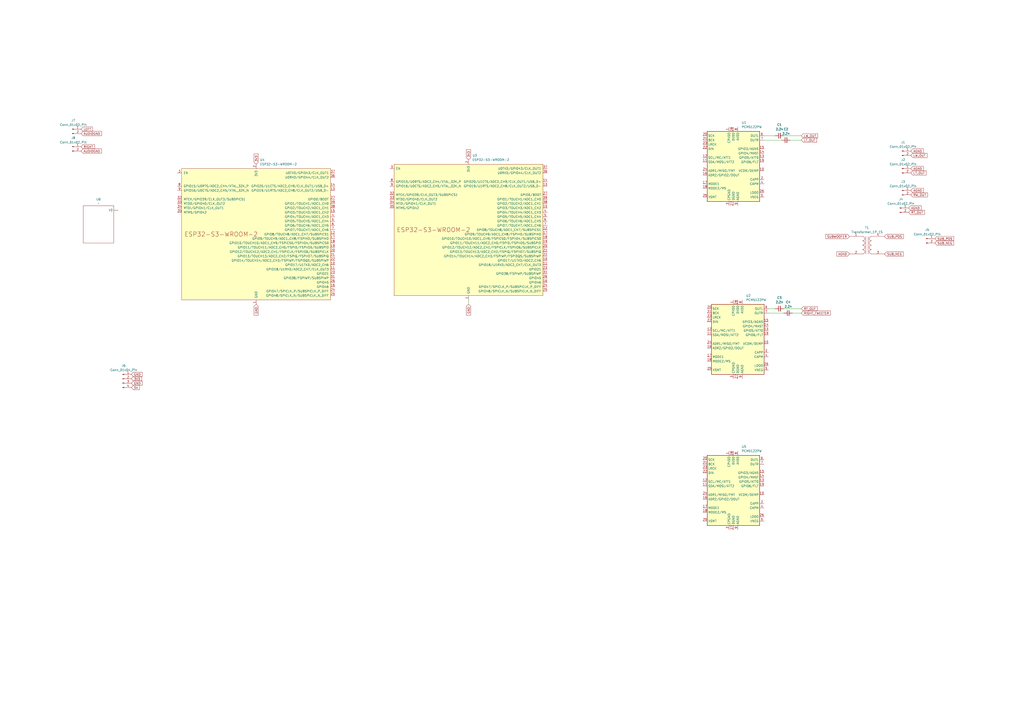
<source format=kicad_sch>
(kicad_sch (version 20231120) (generator "eeschema") (generator_version "8.0")
  (paper "A2")
  (lib_symbols
    (symbol "Audio:PCM5122PW"
      (property "Reference" "U" (at -13.97 21.59 0))
      (property "Value" "PCM5122PW" (at 10.16 21.59 0))
      (symbol "PCM5122PW_0_1"
        (rectangle (start -15.24 20.32) (end 15.24 -20.32) (stroke (width 0.254)) (fill (type background)))
      )
      (symbol "PCM5122PW_1_1"
        (pin power_in line (at -2.54 22.86 270) (length 2.54) (name "CPVDD") (number "1"))
        (pin bidirectional line (at 17.78 -2.54 180) (length 2.54) (name "VCOM/DEMP") (number "10"))
        (pin bidirectional line (at -17.78 2.54 0) (length 2.54) (name "SDA/MOSI/ATT2") (number "11"))
        (pin input line (at -17.78 5.08 0) (length 2.54) (name "SCL/MC/ATT1") (number "12"))
        (pin bidirectional line (at 17.78 5.08 180) (length 2.54) (name "GPIO5/ATT0") (number "13"))
        (pin bidirectional line (at 17.78 7.62 180) (length 2.54) (name "GPIO4/MAST") (number "14"))
        (pin bidirectional line (at 17.78 10.16 180) (length 2.54) (name "GPIO3/AGNS") (number "15"))
        (pin bidirectional line (at -17.78 -5.08 0) (length 2.54) (name "ADR2/GPIO2/DOUT") (number "16"))
        (pin input line (at -17.78 -10.16 0) (length 2.54) (name "MODE1") (number "17"))
        (pin input line (at -17.78 -12.7 0) (length 2.54) (name "MODE2/MS") (number "18"))
        (pin bidirectional line (at 17.78 2.54 180) (length 2.54) (name "GPIO6/FLT") (number "19"))
        (pin passive line (at 17.78 -7.62 180) (length 2.54) (name "CAPP") (number "2"))
        (pin input line (at -17.78 17.78 0) (length 2.54) (name "SCK") (number "20"))
        (pin bidirectional line (at -17.78 15.24 0) (length 2.54) (name "BCK") (number "21"))
        (pin input line (at -17.78 10.16 0) (length 2.54) (name "DIN") (number "22"))
        (pin bidirectional line (at -17.78 12.7 0) (length 2.54) (name "LRCK") (number "23"))
        (pin bidirectional line (at -17.78 -2.54 0) (length 2.54) (name "ADR1/MISO/FMT") (number "24"))
        (pin input line (at -17.78 -17.78 0) (length 2.54) (name "XSMT") (number "25"))
        (pin passive line (at 17.78 -15.24 180) (length 2.54) (name "LDOO") (number "26"))
        (pin power_in line (at 0 -22.86 90) (length 2.54) (name "DGND") (number "27"))
        (pin power_in line (at 0 22.86 270) (length 2.54) (name "DVDD") (number "28"))
        (pin power_in line (at -2.54 -22.86 90) (length 2.54) (name "CPGND") (number "3"))
        (pin passive line (at 17.78 -10.16 180) (length 2.54) (name "CAPM") (number "4"))
        (pin passive line (at 17.78 -17.78 180) (length 2.54) (name "VNEG") (number "5"))
        (pin output line (at 17.78 17.78 180) (length 2.54) (name "OUTL") (number "6"))
        (pin output line (at 17.78 15.24 180) (length 2.54) (name "OUTR") (number "7"))
        (pin power_in line (at 2.54 22.86 270) (length 2.54) (name "AVDD") (number "8"))
        (pin power_in line (at 2.54 -22.86 90) (length 2.54) (name "AGND") (number "9"))
      )
    )
    (symbol "Connector:Conn_01x02_Pin" (pin_names (offset 1.016) hide)
      (property "Reference" "J" (at 0 2.54 0))
      (property "Value" "Conn_01x02_Pin" (at 0 -5.08 0))
      (symbol "Conn_01x02_Pin_1_1"
        (polyline (pts (xy 1.27 -2.54) (xy 0.8636 -2.54)) (stroke (width 0.1524)))
        (polyline (pts (xy 1.27 0) (xy 0.8636 0)) (stroke (width 0.1524)))
        (rectangle (start 0.8636 -2.413) (end 0 -2.667) (stroke (width 0.1524)) (fill (type outline)))
        (rectangle (start 0.8636 0.127) (end 0 -0.127) (stroke (width 0.1524)) (fill (type outline)))
        (pin passive line (at 5.08 0 180) (length 3.81) (name "Pin_1") (number "1"))
        (pin passive line (at 5.08 -2.54 180) (length 3.81) (name "Pin_2") (number "2"))
      )
    )
    (symbol "Connector:Conn_01x04_Pin" (pin_names (offset 1.016) hide)
      (property "Reference" "J" (at 0 5.08 0))
      (property "Value" "Conn_01x04_Pin" (at 0 -7.62 0))
      (symbol "Conn_01x04_Pin_1_1"
        (polyline (pts (xy 1.27 -5.08) (xy 0.8636 -5.08)) (stroke (width 0.1524)))
        (polyline (pts (xy 1.27 -2.54) (xy 0.8636 -2.54)) (stroke (width 0.1524)))
        (polyline (pts (xy 1.27 0) (xy 0.8636 0)) (stroke (width 0.1524)))
        (polyline (pts (xy 1.27 2.54) (xy 0.8636 2.54)) (stroke (width 0.1524)))
        (rectangle (start 0.8636 -4.953) (end 0 -5.207) (stroke (width 0.1524)) (fill (type outline)))
        (rectangle (start 0.8636 -2.413) (end 0 -2.667) (stroke (width 0.1524)) (fill (type outline)))
        (rectangle (start 0.8636 0.127) (end 0 -0.127) (stroke (width 0.1524)) (fill (type outline)))
        (rectangle (start 0.8636 2.667) (end 0 2.413) (stroke (width 0.1524)) (fill (type outline)))
        (pin passive line (at 5.08 2.54 180) (length 3.81) (name "Pin_1") (number "1"))
        (pin passive line (at 5.08 0 180) (length 3.81) (name "Pin_2") (number "2"))
        (pin passive line (at 5.08 -2.54 180) (length 3.81) (name "Pin_3") (number "3"))
        (pin passive line (at 5.08 -5.08 180) (length 3.81) (name "Pin_4") (number "4"))
      )
    )
    (symbol "Device:C_Small" (pin_numbers hide) (pin_names (offset 0.254) hide)
      (property "Reference" "C" (at 0.254 1.778 0))
      (property "Value" "C_Small" (at 0.254 -2.032 0))
      (symbol "C_Small_0_1"
        (polyline (pts (xy -1.524 -0.508) (xy 1.524 -0.508)) (stroke (width 0.3302)))
        (polyline (pts (xy -1.524 0.508) (xy 1.524 0.508)) (stroke (width 0.3048)))
      )
      (symbol "C_Small_1_1"
        (pin passive line (at 0 2.54 270) (length 2.032) (name "~") (number "1"))
        (pin passive line (at 0 -2.54 90) (length 2.032) (name "~") (number "2"))
      )
    )
    (symbol "Device:Transformer_1P_1S" (pin_names (offset 1.016) hide)
      (property "Reference" "T" (at 0 6.35 0))
      (property "Value" "Transformer_1P_1S" (at 0 -7.62 0))
      (symbol "Transformer_1P_1S_0_1"
        (arc (start -2.54 -5.0546) (mid -1.6599 -4.6901) (end -1.27 -3.81))
        (arc (start -2.54 -2.5146) (mid -1.6599 -2.1501) (end -1.27 -1.27))
        (arc (start -2.54 0.0254) (mid -1.6599 0.3899) (end -1.27 1.27))
        (arc (start -2.54 2.5654) (mid -1.6599 2.9299) (end -1.27 3.81))
        (arc (start -1.27 -3.81) (mid -1.642 -2.912) (end -2.54 -2.54))
        (arc (start -1.27 -1.27) (mid -1.642 -0.372) (end -2.54 0))
        (arc (start -1.27 1.27) (mid -1.642 2.168) (end -2.54 2.54))
        (arc (start -1.27 3.81) (mid -1.642 4.708) (end -2.54 5.08))
        (polyline (pts (xy -0.635 5.08) (xy -0.635 -5.08)))
        (polyline (pts (xy 0.635 -5.08) (xy 0.635 5.08)))
        (arc (start 1.2954 -1.27) (mid 1.6599 -2.1501) (end 2.54 -2.5146))
        (arc (start 1.2954 1.27) (mid 1.6599 0.3899) (end 2.54 0.0254))
        (arc (start 1.2954 3.81) (mid 1.6599 2.9299) (end 2.54 2.5654))
        (arc (start 1.3208 -3.81) (mid 1.6853 -4.6901) (end 2.5654 -5.0546))
        (arc (start 2.54 0) (mid 1.642 -0.372) (end 1.2954 -1.27))
        (arc (start 2.54 2.54) (mid 1.642 2.168) (end 1.2954 1.27))
        (arc (start 2.54 5.08) (mid 1.642 4.708) (end 1.2954 3.81))
        (arc (start 2.5654 -2.54) (mid 1.6674 -2.912) (end 1.3208 -3.81))
      )
      (symbol "Transformer_1P_1S_1_1"
        (pin passive line (at -10.16 5.08 0) (length 7.62) (name "AA") (number "1"))
        (pin passive line (at -10.16 -5.08 0) (length 7.62) (name "AB") (number "2"))
        (pin passive line (at 10.16 -5.08 180) (length 7.62) (name "SA") (number "3"))
        (pin passive line (at 10.16 5.08 180) (length 7.62) (name "SB") (number "4"))
      )
    )
    (symbol "Library:PCM1863"
      (property "Reference" "U" (at 0 0 0))
      (symbol "PCM1863_0_1"
        (rectangle (start -8.89 22.86) (end 8.89 1.27))
      )
      (symbol "PCM1863_1_1"
        (pin input line (at 11.43 20.32 180) (length 2.54) (name "VD") (number ""))
      )
    )
    (symbol "PCM_Espressif:ESP32-S3-WROOM-2" (pin_names (offset 1.016))
      (property "Reference" "U" (at -43.18 43.18 0))
      (property "Value" "ESP32-S3-WROOM-2" (at -43.18 40.64 0))
      (symbol "ESP32-S3-WROOM-2_0_0"
        (text "ESP32-S3-WROOM-2" (at -20.32 0 0) (effects (font (size 2.54 2.54))))
        (pin power_in line (at 0 -40.64 90) (length 2.54) (name "GND") (number "1"))
        (pin bidirectional line (at 45.72 -17.78 180) (length 2.54) (name "GPIO17/U1TXD/ADC2_CH6") (number "10"))
        (pin bidirectional line (at 45.72 -20.32 180) (length 2.54) (name "GPIO18/U1RXD/ADC2_CH7/CLK_OUT3") (number "11"))
        (pin bidirectional line (at 45.72 0 180) (length 2.54) (name "GPIO8/TOUCH8/ADC1_CH7/SUBSPICS1") (number "12"))
        (pin bidirectional line (at 45.72 25.4 180) (length 2.54) (name "GPIO19/U1RTS/ADC2_CH8/CLK_OUT2/USB_D-") (number "13"))
        (pin bidirectional line (at 45.72 27.94 180) (length 2.54) (name "GPIO20/U1CTS/ADC2_CH9/CLK_OUT1/USB_D+") (number "14"))
        (pin bidirectional line (at 45.72 12.7 180) (length 2.54) (name "GPIO3/TOUCH3/ADC1_CH2") (number "15"))
        (pin bidirectional line (at 45.72 -30.48 180) (length 2.54) (name "GPIO46") (number "16"))
        (pin bidirectional line (at 45.72 -2.54 180) (length 2.54) (name "GPIO9/TOUCH9/ADC1_CH8/FSPIHD/SUBSPIHD") (number "17"))
        (pin bidirectional line (at 45.72 -5.08 180) (length 2.54) (name "GPIO10/TOUCH10/ADC1_CH9/FSPICS0/FSPIIO4/SUBSPICS0") (number "18"))
        (pin bidirectional line (at 45.72 -7.62 180) (length 2.54) (name "GPIO11/TOUCH11/ADC2_CH0/FSPID/FSPIIO5/SUBSPID") (number "19"))
        (pin power_in line (at 0 40.64 270) (length 2.54) (name "3V3") (number "2"))
        (pin bidirectional line (at 45.72 -10.16 180) (length 2.54) (name "GPIO12/TOUCH12/ADC2_CH1/FSPICLK/FSPIIO6/SUBSPICLK") (number "20"))
        (pin bidirectional line (at 45.72 -12.7 180) (length 2.54) (name "GPIO13/TOUCH13/ADC2_CH2/FSPIQ/FSPIIO7/SUBSPIQ") (number "21"))
        (pin bidirectional line (at 45.72 -15.24 180) (length 2.54) (name "GPIO14/TOUCH14/ADC2_CH3/FSPIWP/FSPIDQS/SUBSPIWP") (number "22"))
        (pin bidirectional line (at 45.72 -22.86 180) (length 2.54) (name "GPIO21") (number "23"))
        (pin bidirectional line (at 45.72 -33.02 180) (length 2.54) (name "GPIO47/SPICLK_P/SUBSPICLK_P_DIFF") (number "24"))
        (pin bidirectional line (at 45.72 -35.56 180) (length 2.54) (name "GPIO48/SPICLK_N/SUBSPICLK_N_DIFF") (number "25"))
        (pin bidirectional line (at 45.72 -27.94 180) (length 2.54) (name "GPIO45") (number "26"))
        (pin bidirectional line (at 45.72 20.32 180) (length 2.54) (name "GPIO0/BOOT") (number "27"))
        (pin no_connect line (at -43.18 -35.56 0) (length 2.54) hide (name "NC") (number "28"))
        (pin no_connect line (at -43.18 -33.02 0) (length 2.54) hide (name "NC") (number "29"))
        (pin input line (at -45.72 35.56 0) (length 2.54) (name "EN") (number "3"))
        (pin no_connect line (at -43.18 -30.48 0) (length 2.54) hide (name "NC") (number "30"))
        (pin bidirectional line (at 45.72 -25.4 180) (length 2.54) (name "GPIO38/FSPIWP/SUBSPIWP") (number "31"))
        (pin bidirectional line (at -45.72 20.32 0) (length 2.54) (name "MTCK/GPIO39/CLK_OUT3/SUBSPICS1") (number "32"))
        (pin bidirectional line (at -45.72 17.78 0) (length 2.54) (name "MTDO/GPIO40/CLK_OUT2") (number "33"))
        (pin bidirectional line (at -45.72 15.24 0) (length 2.54) (name "MTDI/GPIO41/CLK_OUT1") (number "34"))
        (pin bidirectional line (at -45.72 12.7 0) (length 2.54) (name "MTMS/GPIO42") (number "35"))
        (pin bidirectional line (at 45.72 33.02 180) (length 2.54) (name "U0RXD/GPIO44/CLK_OUT2") (number "36"))
        (pin bidirectional line (at 45.72 35.56 180) (length 2.54) (name "U0TXD/GPIO43/CLK_OUT1") (number "37"))
        (pin bidirectional line (at 45.72 15.24 180) (length 2.54) (name "GPIO2/TOUCH2/ADC1_CH1") (number "38"))
        (pin bidirectional line (at 45.72 17.78 180) (length 2.54) (name "GPIO1/TOUCH1/ADC1_CH0") (number "39"))
        (pin bidirectional line (at 45.72 10.16 180) (length 2.54) (name "GPIO4/TOUCH4/ADC1_CH3") (number "4"))
        (pin passive line (at 0 -40.64 90) (length 2.54) hide (name "GND") (number "40"))
        (pin passive line (at 0 -40.64 90) (length 2.54) hide (name "GND") (number "41"))
        (pin bidirectional line (at 45.72 7.62 180) (length 2.54) (name "GPIO5/TOUCH5/ADC1_CH4") (number "5"))
        (pin bidirectional line (at 45.72 5.08 180) (length 2.54) (name "GPIO6/TOUCH6/ADC1_CH5") (number "6"))
        (pin bidirectional line (at 45.72 2.54 180) (length 2.54) (name "GPIO7/TOUCH7/ADC1_CH6") (number "7"))
        (pin bidirectional line (at -45.72 27.94 0) (length 2.54) (name "GPIO15/U0RTS/ADC2_CH4/XTAL_32K_P") (number "8"))
        (pin bidirectional line (at -45.72 25.4 0) (length 2.54) (name "GPIO16/U0CTS/ADC2_CH5/XTAL_32K_N") (number "9"))
      )
      (symbol "ESP32-S3-WROOM-2_0_1"
        (rectangle (start -43.18 38.1) (end 43.18 -38.1) (fill (type background)))
      )
    )
  )
  (wire (pts (xy 464.82 181.61) (xy 459.74 181.61)))
  (wire (pts (xy 464.82 81.28) (xy 458.47 81.28)))
  (wire (pts (xy 464.82 78.74) (xy 454.66 78.74)))
  (wire (pts (xy 454.66 181.61) (xy 445.77 181.61)))
  (wire (pts (xy 271.78 176.53) (xy 271.78 173.99)))
  (wire (pts (xy 449.58 78.74) (xy 443.23 78.74)))
  (wire (pts (xy 464.82 179.07) (xy 454.66 179.07)))
  (wire (pts (xy 453.39 81.28) (xy 443.23 81.28)))
  (wire (pts (xy 449.58 179.07) (xy 445.77 179.07)))
  (global_label "AGND" (shape input) (at 528.32 97.79 0) (property "Intersheetrefs" "${INTERSHEET_REFS}" (effects (hide yes))))
  (global_label "GND" (shape input) (at 148.59 176.53 270) (property "Intersheetrefs" "${INTERSHEET_REFS}" (effects (hide yes))))
  (global_label "SUBWOOFER" (shape input) (at 492.76 137.16 180) (property "Intersheetrefs" "${INTERSHEET_REFS}" (effects (hide yes))))
  (global_label "AGND" (shape input) (at 528.32 87.63 0) (property "Intersheetrefs" "${INTERSHEET_REFS}" (effects (hide yes))))
  (global_label "5V" (shape input) (at 76.2 224.79 0) (property "Intersheetrefs" "${INTERSHEET_REFS}" (effects (hide yes))))
  (global_label "SUB_POS" (shape input) (at 542.29 138.43 0) (property "Intersheetrefs" "${INTERSHEET_REFS}" (effects (hide yes))))
  (global_label "3V3" (shape input) (at 148.59 95.25 90) (property "Intersheetrefs" "${INTERSHEET_REFS}" (effects (hide yes))))
  (global_label "RT_OUT" (shape input) (at 464.82 179.07 0) (property "Intersheetrefs" "${INTERSHEET_REFS}" (effects (hide yes))))
  (global_label "LW_OUT" (shape input) (at 464.82 78.74 0) (property "Intersheetrefs" "${INTERSHEET_REFS}" (effects (hide yes))))
  (global_label "LW_OUT" (shape input) (at 528.32 90.17 0) (property "Intersheetrefs" "${INTERSHEET_REFS}" (effects (hide yes))))
  (global_label "AUDIOGND" (shape input) (at 46.99 77.47 0) (property "Intersheetrefs" "${INTERSHEET_REFS}" (effects (hide yes))))
  (global_label "AUDIOGND" (shape input) (at 46.99 87.63 0) (property "Intersheetrefs" "${INTERSHEET_REFS}" (effects (hide yes))))
  (global_label "LT_OUT" (shape input) (at 464.82 81.28 0) (property "Intersheetrefs" "${INTERSHEET_REFS}" (effects (hide yes))))
  (global_label "SUB_NEG" (shape input) (at 513.08 147.32 0) (property "Intersheetrefs" "${INTERSHEET_REFS}" (effects (hide yes))))
  (global_label "AGND" (shape input) (at 492.76 147.32 180) (property "Intersheetrefs" "${INTERSHEET_REFS}" (effects (hide yes))))
  (global_label "LEFT" (shape input) (at 46.99 74.93 0) (property "Intersheetrefs" "${INTERSHEET_REFS}" (effects (hide yes))))
  (global_label "GND" (shape input) (at 271.78 176.53 270) (property "Intersheetrefs" "${INTERSHEET_REFS}" (effects (hide yes))))
  (global_label "RT_OUT" (shape input) (at 527.05 123.19 0) (property "Intersheetrefs" "${INTERSHEET_REFS}" (effects (hide yes))))
  (global_label "3V3" (shape input) (at 271.78 92.71 90) (property "Intersheetrefs" "${INTERSHEET_REFS}" (effects (hide yes))))
  (global_label "SUB_POS" (shape input) (at 513.08 137.16 0) (property "Intersheetrefs" "${INTERSHEET_REFS}" (effects (hide yes))))
  (global_label "LT_OUT" (shape input) (at 528.32 100.33 0) (property "Intersheetrefs" "${INTERSHEET_REFS}" (effects (hide yes))))
  (global_label "RIGHT" (shape input) (at 46.99 85.09 0) (property "Intersheetrefs" "${INTERSHEET_REFS}" (effects (hide yes))))
  (global_label "GND" (shape input) (at 76.2 222.25 0) (property "Intersheetrefs" "${INTERSHEET_REFS}" (effects (hide yes))))
  (global_label "AGND" (shape input) (at 528.32 110.49 0) (property "Intersheetrefs" "${INTERSHEET_REFS}" (effects (hide yes))))
  (global_label "RW_OUT" (shape input) (at 528.32 113.03 0) (property "Intersheetrefs" "${INTERSHEET_REFS}" (effects (hide yes))))
  (global_label "3V3" (shape input) (at 76.2 219.71 0) (property "Intersheetrefs" "${INTERSHEET_REFS}" (effects (hide yes))))
  (global_label "GND" (shape input) (at 76.2 217.17 0) (property "Intersheetrefs" "${INTERSHEET_REFS}" (effects (hide yes))))
  (global_label "SUB_NEG" (shape input) (at 542.29 140.97 0) (property "Intersheetrefs" "${INTERSHEET_REFS}" (effects (hide yes))))
  (global_label "RIGHT_TWEETER" (shape input) (at 464.82 181.61 0) (property "Intersheetrefs" "${INTERSHEET_REFS}" (effects (hide yes))))
  (global_label "AGND" (shape input) (at 527.05 120.65 0) (property "Intersheetrefs" "${INTERSHEET_REFS}" (effects (hide yes))))
  (symbol (lib_id "Connector:Conn_01x02_Pin") (at 537.21 138.43 0) (unit 1)
    (property "Reference" "J5" (at 537.845 133.35 0))
    (property "Value" "Conn_01x02_Pin" (at 537.845 135.89 0))
    (property "Footprint" "Connector_JST:JST_PH_B2B-PH-K_1x02_P2.00mm_Vertical" (effects (hide yes)))
    (property "Description" "Generic connector, single row, 01x02, script generated" (effects (hide yes)))
  )
  (symbol (lib_id "PCM_Espressif:ESP32-S3-WROOM-2") (at 148.59 135.89 0) (unit 1)
    (property "Reference" "U4" (at 150.7841 92.71 0) (effects (justify left)))
    (property "Value" "ESP32-S3-WROOM-2" (at 150.7841 95.25 0) (effects (justify left)))
    (property "Footprint" "PCM_Espressif:ESP32-S3-WROOM-2" (effects (hide yes)))
    (property "Datasheet" "https://www.espressif.com/sites/default/files/documentation/esp32-s3-wroom-2_datasheet_en.pdf" (effects (hide yes)))
    (property "Description" "2.4 GHz WiFi (802.11 b/g/n) and Bluetooth ® 5 (LE) module Built around ESP32S3 series of SoCs, Xtensa ® dualcore 32bit LX7 microprocessor Flash up to 16 MB, PSRAM up to 8 MB 36 GPIOs, rich set of peripherals Onboard PCB antenna" (effects (hide yes)))
  )
  (symbol (lib_id "PCM_Espressif:ESP32-S3-WROOM-2") (at 271.78 133.35 0) (unit 1)
    (property "Reference" "U3" (at 273.9741 90.17 0) (effects (justify left)))
    (property "Value" "ESP32-S3-WROOM-2" (at 273.9741 92.71 0) (effects (justify left)))
    (property "Footprint" "PCM_Espressif:ESP32-S3-WROOM-2" (effects (hide yes)))
    (property "Datasheet" "https://www.espressif.com/sites/default/files/documentation/esp32-s3-wroom-2_datasheet_en.pdf" (effects (hide yes)))
    (property "Description" "2.4 GHz WiFi (802.11 b/g/n) and Bluetooth ® 5 (LE) module Built around ESP32S3 series of SoCs, Xtensa ® dualcore 32bit LX7 microprocessor Flash up to 16 MB, PSRAM up to 8 MB 36 GPIOs, rich set of peripherals Onboard PCB antenna" (effects (hide yes)))
  )
  (symbol (lib_id "Connector:Conn_01x04_Pin") (at 71.12 219.71 0) (unit 1)
    (property "Reference" "J6" (at 71.755 212.09 0))
    (property "Value" "Conn_01x04_Pin" (at 71.755 214.63 0))
    (property "Footprint" "Connector_JST:JST_XH_B4B-XH-AM_1x04_P2.50mm_Vertical" (effects (hide yes)))
    (property "Description" "Generic connector, single row, 01x04, script generated" (effects (hide yes)))
  )
  (symbol (lib_id "Connector:Conn_01x02_Pin") (at 523.24 87.63 0) (unit 1)
    (property "Reference" "J1" (at 523.875 82.55 0))
    (property "Value" "Conn_01x02_Pin" (at 523.875 85.09 0))
    (property "Footprint" "Connector_JST:JST_PH_B2B-PH-K_1x02_P2.00mm_Vertical" (effects (hide yes)))
    (property "Description" "Generic connector, single row, 01x02, script generated" (effects (hide yes)))
  )
  (symbol (lib_id "Device:C_Small") (at 455.93 81.28 90) (unit 1)
    (property "Reference" "C2" (at 455.9363 74.93 90))
    (property "Value" "2.2n" (at 455.9363 77.47 90))
    (property "Footprint" "Capacitor_THT:C_Rect_L4.6mm_W3.0mm_P2.50mm_MKS02_FKP02" (effects (hide yes)))
    (property "Description" "Unpolarized capacitor, small symbol" (effects (hide yes)))
  )
  (symbol (lib_id "Library:PCM1863") (at 57.15 142.24 0) (unit 1)
    (property "Reference" "U6" (at 57.15 115.57 0))
    (property "Value" "~" (at 57.15 118.11 0))
    (property "Footprint" "Package_SO:TSSOP-30_4.4x7.8mm_P0.5mm" (effects (hide yes)))
  )
  (symbol (lib_id "Audio:PCM5122PW") (at 425.45 284.48 0) (unit 1)
    (property "Reference" "U5" (at 430.1841 259.08 0) (effects (justify left)))
    (property "Value" "PCM5122PW" (at 430.1841 261.62 0) (effects (justify left)))
    (property "Footprint" "Package_SO:TSSOP-28_4.4x9.7mm_P0.65mm" (effects (hide yes)))
    (property "Datasheet" "http://www.ti.com/lit/ds/symlink/pcm5122.pdf" (effects (hide yes)))
    (property "Description" "2VRMS DirectPath, 112dB Audio Stereo DAC with 32-bit, 384kHz PCM Interface, TSSOP-28" (effects (hide yes)))
  )
  (symbol (lib_id "Device:Transformer_1P_1S") (at 502.92 142.24 0) (unit 1)
    (property "Reference" "T1" (at 502.9327 132.08 0))
    (property "Value" "Transformer_1P_1S" (at 502.9327 134.62 0))
    (property "Footprint" "Custom:DA101C" (effects (hide yes)))
    (property "Description" "Transformer, single primary, single secondary" (effects (hide yes)))
  )
  (symbol (lib_id "Audio:PCM5122PW") (at 427.99 196.85 0) (unit 1)
    (property "Reference" "U2" (at 432.7241 171.45 0) (effects (justify left)))
    (property "Value" "PCM5122PW" (at 432.7241 173.99 0) (effects (justify left)))
    (property "Footprint" "Package_SO:TSSOP-28_4.4x9.7mm_P0.65mm" (effects (hide yes)))
    (property "Datasheet" "http://www.ti.com/lit/ds/symlink/pcm5122.pdf" (effects (hide yes)))
    (property "Description" "2VRMS DirectPath, 112dB Audio Stereo DAC with 32-bit, 384kHz PCM Interface, TSSOP-28" (effects (hide yes)))
  )
  (symbol (lib_id "Connector:Conn_01x02_Pin") (at 523.24 110.49 0) (unit 1)
    (property "Reference" "J3" (at 523.875 105.41 0))
    (property "Value" "Conn_01x02_Pin" (at 523.875 107.95 0))
    (property "Footprint" "Connector_JST:JST_PH_B2B-PH-K_1x02_P2.00mm_Vertical" (effects (hide yes)))
    (property "Description" "Generic connector, single row, 01x02, script generated" (effects (hide yes)))
  )
  (symbol (lib_id "Device:C_Small") (at 452.12 78.74 90) (unit 1)
    (property "Reference" "C1" (at 452.1263 72.39 90))
    (property "Value" "2.2n" (at 452.1263 74.93 90))
    (property "Footprint" "Capacitor_THT:C_Rect_L4.6mm_W3.0mm_P2.50mm_MKS02_FKP02" (effects (hide yes)))
    (property "Description" "Unpolarized capacitor, small symbol" (effects (hide yes)))
  )
  (symbol (lib_id "Connector:Conn_01x02_Pin") (at 521.97 120.65 0) (unit 1)
    (property "Reference" "J4" (at 522.605 115.57 0))
    (property "Value" "Conn_01x02_Pin" (at 522.605 118.11 0))
    (property "Footprint" "Connector_JST:JST_PH_B2B-PH-K_1x02_P2.00mm_Vertical" (effects (hide yes)))
    (property "Description" "Generic connector, single row, 01x02, script generated" (effects (hide yes)))
  )
  (symbol (lib_id "Connector:Conn_01x02_Pin") (at 41.91 85.09 0) (unit 1)
    (property "Reference" "J8" (at 42.545 80.01 0))
    (property "Value" "Conn_01x02_Pin" (at 42.545 82.55 0))
    (property "Footprint" "Connector_JST:JST_PH_B2B-PH-K_1x02_P2.00mm_Vertical" (effects (hide yes)))
    (property "Description" "Generic connector, single row, 01x02, script generated" (effects (hide yes)))
  )
  (symbol (lib_id "Connector:Conn_01x02_Pin") (at 523.24 97.79 0) (unit 1)
    (property "Reference" "J2" (at 523.875 92.71 0))
    (property "Value" "Conn_01x02_Pin" (at 523.875 95.25 0))
    (property "Footprint" "Connector_JST:JST_PH_B2B-PH-K_1x02_P2.00mm_Vertical" (effects (hide yes)))
    (property "Description" "Generic connector, single row, 01x02, script generated" (effects (hide yes)))
  )
  (symbol (lib_id "Audio:PCM5122PW") (at 425.45 96.52 0) (unit 1)
    (property "Reference" "U1" (at 430.1841 71.12 0) (effects (justify left)))
    (property "Value" "PCM5122PW" (at 430.1841 73.66 0) (effects (justify left)))
    (property "Footprint" "Package_SO:TSSOP-28_4.4x9.7mm_P0.65mm" (effects (hide yes)))
    (property "Datasheet" "http://www.ti.com/lit/ds/symlink/pcm5122.pdf" (effects (hide yes)))
    (property "Description" "2VRMS DirectPath, 112dB Audio Stereo DAC with 32-bit, 384kHz PCM Interface, TSSOP-28" (effects (hide yes)))
  )
  (symbol (lib_id "Device:C_Small") (at 452.12 179.07 90) (unit 1)
    (property "Reference" "C3" (at 452.1263 172.72 90))
    (property "Value" "2.2n" (at 452.1263 175.26 90))
    (property "Footprint" "Capacitor_THT:C_Rect_L4.6mm_W3.0mm_P2.50mm_MKS02_FKP02" (effects (hide yes)))
    (property "Description" "Unpolarized capacitor, small symbol" (effects (hide yes)))
  )
  (symbol (lib_id "Device:C_Small") (at 457.2 181.61 90) (unit 1)
    (property "Reference" "C4" (at 457.2063 175.26 90))
    (property "Value" "2.2n" (at 457.2063 177.8 90))
    (property "Footprint" "Capacitor_THT:C_Rect_L4.6mm_W3.0mm_P2.50mm_MKS02_FKP02" (effects (hide yes)))
    (property "Description" "Unpolarized capacitor, small symbol" (effects (hide yes)))
  )
  (symbol (lib_id "Connector:Conn_01x02_Pin") (at 41.91 74.93 0) (unit 1)
    (property "Reference" "J7" (at 42.545 69.85 0))
    (property "Value" "Conn_01x02_Pin" (at 42.545 72.39 0))
    (property "Footprint" "Connector_JST:JST_PH_B2B-PH-K_1x02_P2.00mm_Vertical" (effects (hide yes)))
    (property "Description" "Generic connector, single row, 01x02, script generated" (effects (hide yes)))
  )
)
</source>
